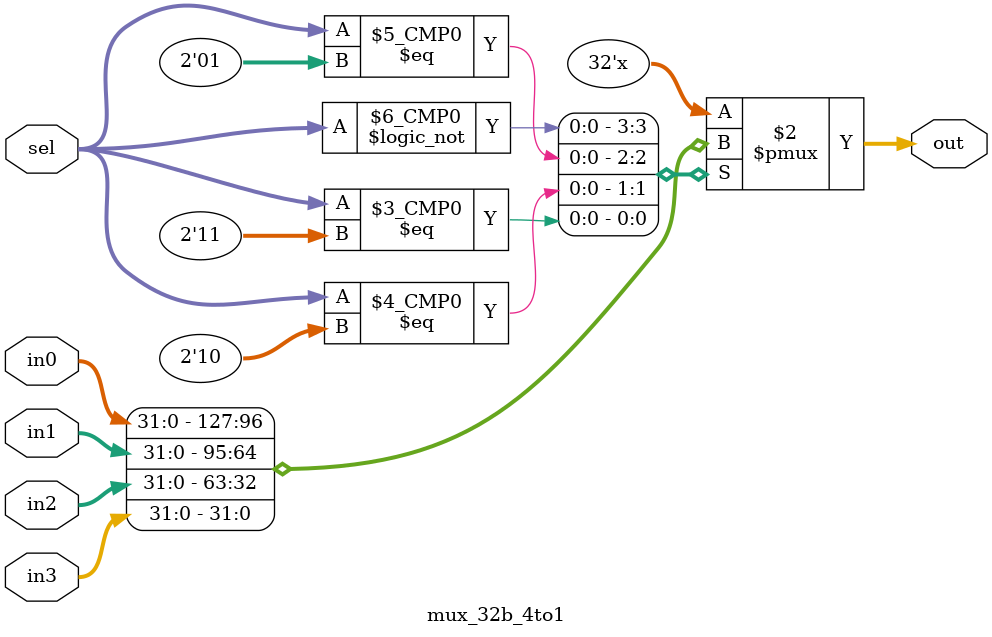
<source format=v>
module PIPO #(parameter WIDTH = 32)(d_out, d_in, ld, clk);
    input [WIDTH-1:0] d_in;
    input ld, clk;
    output reg [WIDTH-1:0] d_out;
    always @(posedge clk) begin
        if (ld) d_out <= d_in;
    end
endmodule

// Program Counter (PC) Adder
// ==========================
module PC_adder(d_in, d_out);
    input [31:0] d_in;
    output reg [31:0] d_out;
    always @(*) begin
        d_out = d_in + 32'd4;
    end
endmodule

// Sign Extend 18-bit to 32-bit
// ============================
module sign_extend_18(d_in, d_out);
    input [17:0] d_in;
    output [31:0] d_out;
    assign d_out = {{14{d_in[17]}}, d_in};
endmodule

// Sign Extend 26-bit to 32-bit
// ============================
module sign_extend_26(d_in, d_out);
    input [25:0] d_in;
    output [31:0] d_out;
    assign d_out = {{6{d_in[25]}}, d_in};
endmodule

// 2-to-1 Multiplexer (32-bit)
// ===========================
module mux_32b_2to1 #(parameter WIDTH = 32)(out, in1, in0, sel);
    input [WIDTH-1:0] in1, in0;
    input sel;
    output [WIDTH-1:0] out;
    
    assign out = sel ? in1 : in0;
endmodule

// 4-to-1 Multiplexer (32-bit)
// ===========================
module mux_32b_4to1 #(parameter WIDTH = 32)(out, in0, in1, in2, in3, sel);
    input [WIDTH-1:0] in0, in1, in2, in3;
    input [1:0] sel;
    output reg [WIDTH-1:0] out;
    parameter S0 = 2'b00, S1 = 2'b01, S2 = 2'b10, S3 = 2'b11;
    always @(*) begin
        case (sel)
            S0: out <= in0;
            S1: out <= in1;
            S2: out <= in2;
            S3: out <= in3;
        endcase
    end
endmodule

</source>
